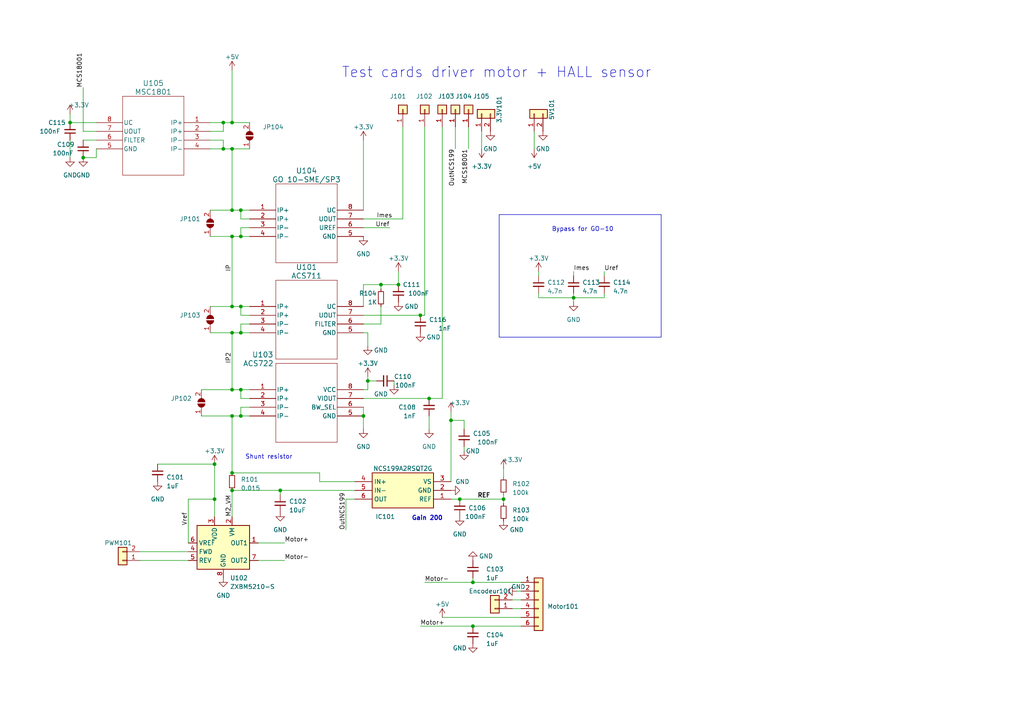
<source format=kicad_sch>
(kicad_sch (version 20230121) (generator eeschema)
  (paper "A4")
  (lib_symbols
    (symbol "Connector_Generic:Conn_01x01" (pin_names (offset 1.016) hide)
      (property "Reference" "J" (at 0 2.54 0))
      (property "Value" "Conn_01x01" (at 0 -2.54 0))
      (symbol "Conn_01x01_1_1"
        (rectangle (start -1.27 0.127) (end 0 -0.127) (stroke (width 0.1524)))
        (rectangle (start -1.27 1.27) (end 1.27 -1.27) (stroke (width 0.254)) (fill (type background)))
        (pin passive line (at -5.08 0 0) (length 3.81) (name "Pin_1") (number "1"))
      )
    )
    (symbol "Connector_Generic:Conn_01x02" (pin_names (offset 1.016) hide)
      (property "Reference" "J" (at 0 2.54 0))
      (property "Value" "Conn_01x02" (at 0 -5.08 0))
      (symbol "Conn_01x02_1_1"
        (rectangle (start -1.27 -2.413) (end 0 -2.667) (stroke (width 0.1524)))
        (rectangle (start -1.27 0.127) (end 0 -0.127) (stroke (width 0.1524)))
        (rectangle (start -1.27 1.27) (end 1.27 -3.81) (stroke (width 0.254)) (fill (type background)))
        (pin passive line (at -5.08 0 0) (length 3.81) (name "Pin_1") (number "1"))
        (pin passive line (at -5.08 -2.54 0) (length 3.81) (name "Pin_2") (number "2"))
      )
    )
    (symbol "Connector_Generic:Conn_01x06" (pin_names (offset 1.016) hide)
      (property "Reference" "J" (at 0 7.62 0))
      (property "Value" "Conn_01x06" (at 0 -10.16 0))
      (symbol "Conn_01x06_1_1"
        (rectangle (start -1.27 -7.493) (end 0 -7.747) (stroke (width 0.1524)))
        (rectangle (start -1.27 -4.953) (end 0 -5.207) (stroke (width 0.1524)))
        (rectangle (start -1.27 -2.413) (end 0 -2.667) (stroke (width 0.1524)))
        (rectangle (start -1.27 0.127) (end 0 -0.127) (stroke (width 0.1524)))
        (rectangle (start -1.27 2.667) (end 0 2.413) (stroke (width 0.1524)))
        (rectangle (start -1.27 5.207) (end 0 4.953) (stroke (width 0.1524)))
        (rectangle (start -1.27 6.35) (end 1.27 -8.89) (stroke (width 0.254)) (fill (type background)))
        (pin passive line (at -5.08 5.08 0) (length 3.81) (name "Pin_1") (number "1"))
        (pin passive line (at -5.08 2.54 0) (length 3.81) (name "Pin_2") (number "2"))
        (pin passive line (at -5.08 0 0) (length 3.81) (name "Pin_3") (number "3"))
        (pin passive line (at -5.08 -2.54 0) (length 3.81) (name "Pin_4") (number "4"))
        (pin passive line (at -5.08 -5.08 0) (length 3.81) (name "Pin_5") (number "5"))
        (pin passive line (at -5.08 -7.62 0) (length 3.81) (name "Pin_6") (number "6"))
      )
    )
    (symbol "Custom:GO_10-SME" (pin_names (offset 0.254))
      (property "Reference" "U" (at 7.62 -12.7 0))
      (property "Value" "GO 10-SME/SP3" (at 0 12.7 0))
      (symbol "GO_10-SME_0_1"
        (polyline (pts (xy -8.89 -11.43) (xy 8.89 -11.43)) (stroke (width 0.127)))
        (polyline (pts (xy -8.89 11.43) (xy -8.89 -11.43)) (stroke (width 0.127)))
        (polyline (pts (xy 8.89 -11.43) (xy 8.89 11.43)) (stroke (width 0.127)))
        (polyline (pts (xy 8.89 11.43) (xy -8.89 11.43)) (stroke (width 0.127)))
        (pin input line (at -16.51 3.81 0) (length 7.62) (name "IP+") (number "1"))
        (pin input line (at -16.51 1.27 0) (length 7.62) (name "IP+") (number "2"))
        (pin output line (at 16.51 1.27 180) (length 7.62) (name "UOUT") (number "7"))
        (pin power_in line (at 16.51 3.81 180) (length 7.62) (name "UC") (number "8"))
      )
      (symbol "GO_10-SME_1_1"
        (pin passive line (at -16.51 -1.27 0) (length 7.62) (name "IP-") (number "3"))
        (pin passive line (at -16.51 -3.81 0) (length 7.62) (name "IP-") (number "4"))
        (pin power_in line (at 16.51 -3.81 180) (length 7.62) (name "GND") (number "5"))
        (pin output line (at 16.51 -1.27 180) (length 7.62) (name "UREF") (number "6"))
      )
    )
    (symbol "Device:C_Small" (pin_numbers hide) (pin_names (offset 0.254) hide)
      (property "Reference" "C" (at 0.254 1.778 0))
      (property "Value" "C_Small" (at 0.254 -2.032 0))
      (symbol "C_Small_0_1"
        (polyline (pts (xy -1.524 -0.508) (xy 1.524 -0.508)) (stroke (width 0.3302)))
        (polyline (pts (xy -1.524 0.508) (xy 1.524 0.508)) (stroke (width 0.3048)))
      )
      (symbol "C_Small_1_1"
        (pin passive line (at 0 2.54 270) (length 2.032) (name "~") (number "1"))
        (pin passive line (at 0 -2.54 90) (length 2.032) (name "~") (number "2"))
      )
    )
    (symbol "Device:R_Small" (pin_numbers hide) (pin_names (offset 0.254) hide)
      (property "Reference" "R" (at 0.762 0.508 0))
      (property "Value" "R_Small" (at 0.762 -1.016 0))
      (symbol "R_Small_0_1"
        (rectangle (start -0.762 1.778) (end 0.762 -1.778) (stroke (width 0.2032)))
      )
      (symbol "R_Small_1_1"
        (pin passive line (at 0 2.54 270) (length 0.762) (name "~") (number "1"))
        (pin passive line (at 0 -2.54 90) (length 0.762) (name "~") (number "2"))
      )
    )
    (symbol "Driver_Motor:ZXBM5210-S"
      (property "Reference" "U402" (at 1.9559 -7.62 0))
      (property "Value" "ZXBM5210-S" (at 1.9559 -10.16 0))
      (symbol "ZXBM5210-S_0_0"
        (pin output line (at 10.16 2.54 180) (length 2.54) (name "OUT1") (number "1"))
        (pin bidirectional line (at 2.54 10.16 270) (length 2.54) (name "VM") (number "2"))
        (pin power_in line (at -2.54 10.16 270) (length 2.54) (name "VDD") (number "3"))
        (pin input line (at -10.16 0 0) (length 2.54) (name "FWD") (number "4"))
        (pin input line (at -10.16 -2.54 0) (length 2.54) (name "REV") (number "5"))
        (pin input line (at -10.16 2.54 0) (length 2.54) (name "VREF") (number "6"))
        (pin output line (at 10.16 -2.54 180) (length 2.54) (name "OUT2") (number "7"))
        (pin bidirectional line (at 0 -7.62 90) (length 2.54) (name "GND") (number "8"))
      )
      (symbol "ZXBM5210-S_0_1"
        (rectangle (start -7.62 7.62) (end 7.62 -5.08) (stroke (width 0.254)) (fill (type background)))
      )
    )
    (symbol "GO_10-SME_1" (pin_names (offset 0.254))
      (property "Reference" "U101" (at 0 15.24 0))
      (property "Value" "MSC1801" (at 0 12.7 0))
      (symbol "GO_10-SME_1_0_1"
        (polyline (pts (xy -8.89 -11.43) (xy 8.89 -11.43)) (stroke (width 0.127)))
        (polyline (pts (xy -8.89 11.43) (xy -8.89 -11.43)) (stroke (width 0.127)))
        (polyline (pts (xy 8.89 -11.43) (xy 8.89 11.43)) (stroke (width 0.127)))
        (polyline (pts (xy 8.89 11.43) (xy -8.89 11.43)) (stroke (width 0.127)))
        (pin input line (at -16.51 3.81 0) (length 7.62) (name "IP+") (number "1"))
        (pin input line (at -16.51 1.27 0) (length 7.62) (name "IP+") (number "2"))
        (pin output line (at 16.51 1.27 180) (length 7.62) (name "UOUT") (number "7"))
        (pin power_in line (at 16.51 3.81 180) (length 7.62) (name "UC") (number "8"))
      )
      (symbol "GO_10-SME_1_1_1"
        (pin passive line (at -16.51 -1.27 0) (length 7.62) (name "IP-") (number "3"))
        (pin passive line (at -16.51 -3.81 0) (length 7.62) (name "IP-") (number "4"))
        (pin power_in line (at 16.51 -3.81 180) (length 7.62) (name "GND") (number "5"))
        (pin output line (at 16.51 -1.27 180) (length 7.62) (name "FILTER") (number "6"))
      )
    )
    (symbol "GO_10-SME_2" (pin_names (offset 0.254))
      (property "Reference" "U103" (at -12.7 13.97 0))
      (property "Value" "ASC712" (at -13.97 11.43 0))
      (symbol "GO_10-SME_2_0_1"
        (polyline (pts (xy -8.89 -11.43) (xy 8.89 -11.43)) (stroke (width 0.127)))
        (polyline (pts (xy -8.89 11.43) (xy -8.89 -11.43)) (stroke (width 0.127)))
        (polyline (pts (xy 8.89 -11.43) (xy 8.89 11.43)) (stroke (width 0.127)))
        (polyline (pts (xy 8.89 11.43) (xy -8.89 11.43)) (stroke (width 0.127)))
        (pin input line (at -16.51 3.81 0) (length 7.62) (name "IP+") (number "1"))
        (pin input line (at -16.51 1.27 0) (length 7.62) (name "IP+") (number "2"))
        (pin output line (at 16.51 1.27 180) (length 7.62) (name "VIOUT") (number "7"))
        (pin power_in line (at 16.51 3.81 180) (length 7.62) (name "VCC") (number "8"))
      )
      (symbol "GO_10-SME_2_1_1"
        (pin passive line (at -16.51 -1.27 0) (length 7.62) (name "IP-") (number "3"))
        (pin passive line (at -16.51 -3.81 0) (length 7.62) (name "IP-") (number "4"))
        (pin power_in line (at 16.51 -3.81 180) (length 7.62) (name "GND") (number "5"))
        (pin output line (at 16.51 -1.27 180) (length 7.62) (name "BW_SEL") (number "6"))
      )
    )
    (symbol "Jumper:SolderJumper_2_Open" (pin_names (offset 0) hide)
      (property "Reference" "JP" (at 0 2.032 0))
      (property "Value" "SolderJumper_2_Open" (at 0 -2.54 0))
      (symbol "SolderJumper_2_Open_0_1"
        (arc (start -0.254 1.016) (mid -1.2656 0) (end -0.254 -1.016))
        (arc (start -0.254 1.016) (mid -1.2656 0) (end -0.254 -1.016) (fill (type outline)))
        (polyline (pts (xy -0.254 1.016) (xy -0.254 -1.016)))
        (polyline (pts (xy 0.254 1.016) (xy 0.254 -1.016)))
        (arc (start 0.254 -1.016) (mid 1.2656 0) (end 0.254 1.016))
        (arc (start 0.254 -1.016) (mid 1.2656 0) (end 0.254 1.016) (fill (type outline)))
      )
      (symbol "SolderJumper_2_Open_1_1"
        (pin passive line (at -3.81 0 0) (length 2.54) (name "A") (number "1"))
        (pin passive line (at 3.81 0 180) (length 2.54) (name "B") (number "2"))
      )
    )
    (symbol "Ludzlib:NCS199A2RSQT2G"
      (property "Reference" "IC" (at 24.13 7.62 0))
      (property "Value" "NCS199A2RSQT2G" (at 24.13 5.08 0))
      (symbol "NCS199A2RSQT2G_1_1"
        (rectangle (start 5.08 2.54) (end 22.86 -7.62) (stroke (width 0.254)) (fill (type background)))
        (pin passive line (at 0 0 0) (length 5.08) (name "REF") (number "1"))
        (pin passive line (at 0 -2.54 0) (length 5.08) (name "GND") (number "2"))
        (pin passive line (at 0 -5.08 0) (length 5.08) (name "VS") (number "3"))
        (pin passive line (at 27.94 -5.08 180) (length 5.08) (name "IN+") (number "4"))
        (pin passive line (at 27.94 -2.54 180) (length 5.08) (name "IN-") (number "5"))
        (pin passive line (at 27.94 0 180) (length 5.08) (name "OUT") (number "6"))
      )
    )
    (symbol "power:+3.3V" (power) (pin_names (offset 0))
      (property "Value" "+3.3V" (at 0 3.556 0))
      (symbol "+3.3V_0_1"
        (polyline (pts (xy -0.762 1.27) (xy 0 2.54)))
        (polyline (pts (xy 0 0) (xy 0 2.54)))
        (polyline (pts (xy 0 2.54) (xy 0.762 1.27)))
      )
      (symbol "+3.3V_1_1"
        (pin power_in line (at 0 0 90) (length 0) hide (name "+3.3V") (number "1"))
      )
    )
    (symbol "power:+5V" (power) (pin_names (offset 0))
      (property "Value" "+5V" (at 0 3.556 0))
      (symbol "+5V_0_1"
        (polyline (pts (xy -0.762 1.27) (xy 0 2.54)))
        (polyline (pts (xy 0 0) (xy 0 2.54)))
        (polyline (pts (xy 0 2.54) (xy 0.762 1.27)))
      )
      (symbol "+5V_1_1"
        (pin power_in line (at 0 0 90) (length 0) hide (name "+5V") (number "1"))
      )
    )
    (symbol "power:GND" (power) (pin_names (offset 0))
      (property "Value" "GND" (at 0 -3.81 0))
      (symbol "GND_0_1"
        (polyline (pts (xy 0 0) (xy 0 -1.27) (xy 1.27 -1.27) (xy 0 -2.54) (xy -1.27 -1.27) (xy 0 -1.27)))
      )
      (symbol "GND_1_1"
        (pin power_in line (at 0 0 270) (length 0) hide (name "GND") (number "1"))
      )
    )
  )
  (junction (at 62.23 134.62))
  (junction (at 67.31 96.52))
  (junction (at 20.32 35.56))
  (junction (at 69.85 88.9))
  (junction (at 67.31 68.58))
  (junction (at 67.31 88.9))
  (junction (at 69.85 120.65))
  (junction (at 67.31 137.16))
  (junction (at 69.85 68.58))
  (junction (at 121.92 91.44))
  (junction (at 24.13 45.72))
  (junction (at 67.31 35.56))
  (junction (at 133.35 144.78))
  (junction (at 67.31 43.18))
  (junction (at 105.41 120.65))
  (junction (at 67.31 142.24))
  (junction (at 137.16 168.91))
  (junction (at 69.85 113.03))
  (junction (at 69.85 96.52))
  (junction (at 62.23 144.78))
  (junction (at 166.37 86.36))
  (junction (at 124.46 115.57))
  (junction (at 67.31 113.03))
  (junction (at 115.57 82.55))
  (junction (at 110.49 82.55))
  (junction (at 81.28 142.24))
  (junction (at 67.31 60.96))
  (junction (at 64.77 35.56))
  (junction (at 69.85 60.96))
  (junction (at 146.05 144.78))
  (junction (at 64.77 43.18))
  (junction (at 137.16 181.61))
  (junction (at 67.31 120.65))
  (junction (at 106.68 110.49))
  (junction (at 130.81 121.92))
  (wire (pts (xy 130.81 144.78) (xy 133.35 144.78)))
  (wire (pts (xy 58.42 113.03) (xy 67.31 113.03)))
  (wire (pts (xy 64.77 43.18) (xy 67.31 43.18)))
  (wire (pts (xy 137.16 168.91) (xy 137.16 167.64)))
  (wire (pts (xy 105.41 91.44) (xy 121.92 91.44)))
  (wire (pts (xy 64.77 40.64) (xy 64.77 43.18)))
  (wire (pts (xy 72.39 91.44) (xy 69.85 91.44)))
  (wire (pts (xy 166.37 86.36) (xy 175.26 86.36)))
  (wire (pts (xy 154.94 38.1) (xy 154.94 43.18)))
  (wire (pts (xy 92.71 137.16) (xy 67.31 137.16)))
  (wire (pts (xy 100.33 144.78) (xy 102.87 144.78)))
  (wire (pts (xy 146.05 135.89) (xy 146.05 138.43)))
  (wire (pts (xy 81.28 143.51) (xy 81.28 142.24)))
  (wire (pts (xy 156.21 86.36) (xy 166.37 86.36)))
  (wire (pts (xy 166.37 78.74) (xy 166.37 80.01)))
  (wire (pts (xy 72.39 93.98) (xy 69.85 93.98)))
  (wire (pts (xy 110.49 82.55) (xy 110.49 83.82)))
  (wire (pts (xy 130.81 119.38) (xy 130.81 121.92)))
  (wire (pts (xy 134.62 121.92) (xy 130.81 121.92)))
  (wire (pts (xy 67.31 60.96) (xy 69.85 60.96)))
  (wire (pts (xy 72.39 115.57) (xy 69.85 115.57)))
  (wire (pts (xy 123.19 36.83) (xy 123.19 91.44)))
  (wire (pts (xy 105.41 96.52) (xy 106.68 96.52)))
  (wire (pts (xy 106.68 113.03) (xy 105.41 113.03)))
  (wire (pts (xy 27.94 45.72) (xy 24.13 45.72)))
  (wire (pts (xy 20.32 33.02) (xy 20.32 35.56)))
  (wire (pts (xy 67.31 35.56) (xy 72.39 35.56)))
  (wire (pts (xy 60.96 96.52) (xy 67.31 96.52)))
  (wire (pts (xy 69.85 93.98) (xy 69.85 96.52)))
  (wire (pts (xy 156.21 78.74) (xy 156.21 80.01)))
  (wire (pts (xy 105.41 82.55) (xy 105.41 88.9)))
  (wire (pts (xy 67.31 43.18) (xy 67.31 60.96)))
  (wire (pts (xy 20.32 35.56) (xy 27.94 35.56)))
  (wire (pts (xy 123.19 168.91) (xy 137.16 168.91)))
  (wire (pts (xy 67.31 120.65) (xy 67.31 137.16)))
  (wire (pts (xy 105.41 82.55) (xy 110.49 82.55)))
  (wire (pts (xy 92.71 139.7) (xy 102.87 139.7)))
  (wire (pts (xy 110.49 82.55) (xy 115.57 82.55)))
  (wire (pts (xy 134.62 121.92) (xy 134.62 124.46)))
  (wire (pts (xy 69.85 68.58) (xy 67.31 68.58)))
  (wire (pts (xy 67.31 142.24) (xy 81.28 142.24)))
  (wire (pts (xy 69.85 120.65) (xy 72.39 120.65)))
  (wire (pts (xy 106.68 110.49) (xy 106.68 109.22)))
  (wire (pts (xy 67.31 43.18) (xy 72.39 43.18)))
  (wire (pts (xy 72.39 66.04) (xy 69.85 66.04)))
  (wire (pts (xy 82.55 162.56) (xy 74.93 162.56)))
  (wire (pts (xy 72.39 118.11) (xy 69.85 118.11)))
  (wire (pts (xy 69.85 96.52) (xy 72.39 96.52)))
  (wire (pts (xy 60.96 88.9) (xy 67.31 88.9)))
  (wire (pts (xy 60.96 38.1) (xy 64.77 38.1)))
  (wire (pts (xy 146.05 144.78) (xy 146.05 146.05)))
  (wire (pts (xy 69.85 91.44) (xy 69.85 88.9)))
  (wire (pts (xy 133.35 144.78) (xy 146.05 144.78)))
  (wire (pts (xy 69.85 115.57) (xy 69.85 113.03)))
  (wire (pts (xy 69.85 88.9) (xy 72.39 88.9)))
  (wire (pts (xy 67.31 96.52) (xy 67.31 113.03)))
  (wire (pts (xy 115.57 78.74) (xy 115.57 82.55)))
  (wire (pts (xy 121.92 91.44) (xy 123.19 91.44)))
  (wire (pts (xy 124.46 115.57) (xy 128.27 115.57)))
  (wire (pts (xy 20.32 45.72) (xy 20.32 40.64)))
  (wire (pts (xy 105.41 40.64) (xy 105.41 60.96)))
  (wire (pts (xy 106.68 110.49) (xy 106.68 113.03)))
  (wire (pts (xy 128.27 179.07) (xy 151.13 179.07)))
  (wire (pts (xy 110.49 93.98) (xy 105.41 93.98)))
  (wire (pts (xy 69.85 68.58) (xy 72.39 68.58)))
  (wire (pts (xy 106.68 110.49) (xy 109.22 110.49)))
  (wire (pts (xy 24.13 40.64) (xy 27.94 40.64)))
  (wire (pts (xy 40.64 160.02) (xy 54.61 160.02)))
  (wire (pts (xy 114.3 111.76) (xy 114.3 110.49)))
  (wire (pts (xy 116.84 36.83) (xy 116.84 63.5)))
  (wire (pts (xy 62.23 144.78) (xy 62.23 149.86)))
  (wire (pts (xy 105.41 120.65) (xy 105.41 124.46)))
  (wire (pts (xy 72.39 63.5) (xy 69.85 63.5)))
  (wire (pts (xy 67.31 142.24) (xy 67.31 149.86)))
  (wire (pts (xy 67.31 113.03) (xy 69.85 113.03)))
  (wire (pts (xy 92.71 139.7) (xy 92.71 137.16)))
  (wire (pts (xy 60.96 60.96) (xy 67.31 60.96)))
  (wire (pts (xy 156.21 85.09) (xy 156.21 86.36)))
  (wire (pts (xy 175.26 85.09) (xy 175.26 86.36)))
  (wire (pts (xy 124.46 120.65) (xy 124.46 124.46)))
  (wire (pts (xy 139.7 38.1) (xy 139.7 43.18)))
  (wire (pts (xy 134.62 129.54) (xy 134.62 130.81)))
  (wire (pts (xy 67.31 68.58) (xy 67.31 88.9)))
  (wire (pts (xy 64.77 38.1) (xy 64.77 35.56)))
  (wire (pts (xy 137.16 181.61) (xy 151.13 181.61)))
  (wire (pts (xy 166.37 85.09) (xy 166.37 86.36)))
  (wire (pts (xy 128.27 36.83) (xy 128.27 115.57)))
  (wire (pts (xy 62.23 144.78) (xy 62.23 134.62)))
  (wire (pts (xy 69.85 60.96) (xy 72.39 60.96)))
  (wire (pts (xy 60.96 40.64) (xy 64.77 40.64)))
  (wire (pts (xy 67.31 20.32) (xy 67.31 35.56)))
  (wire (pts (xy 148.59 173.99) (xy 151.13 173.99)))
  (wire (pts (xy 27.94 38.1) (xy 24.13 38.1)))
  (wire (pts (xy 132.08 36.83) (xy 132.08 43.18)))
  (wire (pts (xy 74.93 157.48) (xy 82.55 157.48)))
  (wire (pts (xy 69.85 118.11) (xy 69.85 120.65)))
  (wire (pts (xy 130.81 121.92) (xy 130.81 139.7)))
  (wire (pts (xy 105.41 115.57) (xy 124.46 115.57)))
  (wire (pts (xy 64.77 35.56) (xy 67.31 35.56)))
  (wire (pts (xy 151.13 168.91) (xy 137.16 168.91)))
  (wire (pts (xy 40.64 162.56) (xy 54.61 162.56)))
  (wire (pts (xy 60.96 35.56) (xy 64.77 35.56)))
  (wire (pts (xy 113.03 66.04) (xy 105.41 66.04)))
  (wire (pts (xy 175.26 78.74) (xy 175.26 80.01)))
  (wire (pts (xy 24.13 25.4) (xy 24.13 38.1)))
  (wire (pts (xy 54.61 144.78) (xy 54.61 157.48)))
  (wire (pts (xy 62.23 134.62) (xy 45.72 134.62)))
  (wire (pts (xy 146.05 143.51) (xy 146.05 144.78)))
  (wire (pts (xy 69.85 113.03) (xy 72.39 113.03)))
  (wire (pts (xy 69.85 63.5) (xy 69.85 60.96)))
  (wire (pts (xy 105.41 63.5) (xy 116.84 63.5)))
  (wire (pts (xy 67.31 96.52) (xy 69.85 96.52)))
  (wire (pts (xy 69.85 66.04) (xy 69.85 68.58)))
  (wire (pts (xy 148.59 176.53) (xy 151.13 176.53)))
  (wire (pts (xy 106.68 96.52) (xy 106.68 100.33)))
  (wire (pts (xy 60.96 68.58) (xy 67.31 68.58)))
  (wire (pts (xy 105.41 118.11) (xy 105.41 120.65)))
  (wire (pts (xy 27.94 43.18) (xy 27.94 45.72)))
  (wire (pts (xy 58.42 120.65) (xy 67.31 120.65)))
  (wire (pts (xy 135.89 43.18) (xy 135.89 36.83)))
  (wire (pts (xy 110.49 88.9) (xy 110.49 93.98)))
  (wire (pts (xy 121.92 181.61) (xy 137.16 181.61)))
  (wire (pts (xy 60.96 43.18) (xy 64.77 43.18)))
  (wire (pts (xy 67.31 120.65) (xy 69.85 120.65)))
  (wire (pts (xy 166.37 86.36) (xy 166.37 87.63)))
  (wire (pts (xy 81.28 142.24) (xy 102.87 142.24)))
  (wire (pts (xy 67.31 88.9) (xy 69.85 88.9)))
  (wire (pts (xy 149.86 171.45) (xy 151.13 171.45)))
  (wire (pts (xy 100.33 144.78) (xy 100.33 153.67)))
  (wire (pts (xy 54.61 144.78) (xy 62.23 144.78)))
  (rectangle (start 144.78 62.23) (end 191.77 97.79))
  (text "Test cards driver motor + HALL sensor" (at 99.06 22.86 0) (effects (font (size 3 3)) (justify left bottom)))
  (text "Gain 200" (at 119.38 151.13 0) (effects (font (size 1.27 1.27) bold) (justify left bottom)))
  (text "Shunt resistor" (at 71.12 133.35 0) (effects (font (size 1.27 1.27)) (justify left bottom)))
  (text "Bypass for GO-10\n" (at 160.02 67.31 0) (effects (font (size 1.27 1.27)) (justify left bottom)))
  (label "MCS18001" (at 24.13 25.4 90))
  (label "Motor-" (at 82.55 162.56 0))
  (label "Imes" (at 109.22 63.5 0))
  (label "OutNCS199" (at 132.08 43.18 270))
  (label "MCS18001" (at 135.89 43.18 270))
  (label "Uref" (at 113.03 66.04 180))
  (label "Vref" (at 54.61 152.4 90))
  (label "Motor-" (at 123.19 168.91 0))
  (label "Uref" (at 175.26 78.74 0))
  (label "IP" (at 67.31 78.74 90))
  (label "REF" (at 138.43 144.78 0) (effects (font bold)))
  (label "OutNCS199" (at 100.33 153.67 90))
  (label "M2_VM" (at 67.31 149.86 90))
  (label "Imes" (at 166.37 78.74 0))
  (label "IP2" (at 67.31 105.41 90))
  (label "Motor+" (at 82.55 157.48 0))
  (label "Motor+" (at 121.92 181.61 0))
  (symbol (lib_id "power:GND") (at 105.41 124.46 0) (unit 1)
    (property "Reference" "#PWR0113" (effects hide))
    (property "Value" "GND" (at 105.41 129.54 0))
  )
  (symbol (lib_id "Device:R_Small") (at 110.49 86.36 0) (unit 1)
    (property "Reference" "R104" (at 104.14 85.09 0) (effects (justify left)))
    (property "Value" "1K" (at 106.68 87.63 0) (effects (justify left)))
    (property "Footprint" "Resistor_SMD:R_0603_1608Metric_Pad0.98x0.95mm_HandSolder" (effects hide))
  )
  (symbol (lib_id "Connector_Generic:Conn_01x02") (at 35.56 162.56 180) (unit 1)
    (property "Reference" "PWM101" (at 34.29 157.48 0))
    (property "Value" "Conn_01x02" (effects hide))
    (property "Footprint" "Connector_PinSocket_2.54mm:PinSocket_1x02_P2.54mm_Vertical" (effects hide))
  )
  (symbol (lib_id "power:GND") (at 81.28 148.59 0) (unit 1)
    (property "Reference" "#PWR0104" (effects hide))
    (property "Value" "GND" (at 81.28 153.67 0))
  )
  (symbol (lib_id "Jumper:SolderJumper_2_Open") (at 60.96 64.77 90) (unit 1)
    (property "Reference" "JP101" (at 52.07 63.5 90) (effects (justify right)))
    (property "Value" "SolderJumper_2_Open" (effects hide))
    (property "Footprint" "Jumper:SolderJumper-2_P1.3mm_Open_TrianglePad1.0x1.5mm" (effects hide))
  )
  (symbol (lib_id "Device:R_Small") (at 146.05 148.59 0) (unit 1)
    (property "Reference" "R103" (at 148.59 147.955 0) (effects (justify left)))
    (property "Value" "100k" (at 148.59 150.495 0) (effects (justify left)))
    (property "Footprint" "Resistor_SMD:R_0603_1608Metric_Pad0.98x0.95mm_HandSolder" (effects hide))
  )
  (symbol (lib_id "Connector_Generic:Conn_01x06") (at 156.21 173.99 0) (unit 1)
    (property "Reference" "Motor101" (at 158.75 175.895 0) (effects (justify left)))
    (property "Value" "Conn_01x06" (effects hide))
    (property "Footprint" "Connector_PinSocket_2.54mm:PinSocket_1x06_P2.54mm_Vertical" (effects hide))
  )
  (symbol (lib_id "Device:C_Small") (at 111.76 110.49 270) (mirror x) (unit 1)
    (property "Reference" "C110" (at 119.38 109.22 90) (effects (justify right)))
    (property "Value" "100nF" (at 120.65 111.76 90) (effects (justify right)))
    (property "Footprint" "Capacitor_SMD:C_0603_1608Metric_Pad1.08x0.95mm_HandSolder" (effects hide))
  )
  (symbol (lib_id "power:GND") (at 106.68 100.33 0) (unit 1)
    (property "Reference" "#PWR0114" (effects hide))
    (property "Value" "GND" (at 110.49 101.6 0))
  )
  (symbol (lib_id "Device:C_Small") (at 175.26 82.55 0) (unit 1)
    (property "Reference" "C114" (at 177.8 81.9213 0) (effects (justify left)))
    (property "Value" "4.7n" (at 177.8 84.4613 0) (effects (justify left)))
    (property "Footprint" "Capacitor_SMD:C_0603_1608Metric_Pad1.08x0.95mm_HandSolder" (effects hide))
    (property "Fournisseur" "Wurth" (effects hide))
    (property "MFR" "885 012 205 048" (effects hide))
  )
  (symbol (lib_id "Connector_Generic:Conn_01x01") (at 128.27 31.75 90) (unit 1)
    (property "Reference" "J103" (at 127 27.94 90) (effects (justify right)))
    (property "Value" "Conn_01x01" (effects hide))
    (property "Footprint" "Connector_PinSocket_2.00mm:PinSocket_1x01_P2.00mm_Vertical" (effects hide))
  )
  (symbol (lib_id "Jumper:SolderJumper_2_Open") (at 58.42 116.84 90) (unit 1)
    (property "Reference" "JP102" (at 49.53 115.57 90) (effects (justify right)))
    (property "Value" "SolderJumper_2_Open" (effects hide))
    (property "Footprint" "Jumper:SolderJumper-2_P1.3mm_Open_TrianglePad1.0x1.5mm" (effects hide))
  )
  (symbol (lib_name "GO_10-SME_2") (lib_id "Custom:GO_10-SME") (at 88.9 116.84 0) (unit 1)
    (property "Reference" "U103" (at 76.2 102.87 0) (effects (font (size 1.524 1.524))))
    (property "Value" "ACS722" (at 74.93 105.41 0) (effects (font (size 1.524 1.524))))
    (property "Footprint" "test:SOIC127P600X175-8N" (effects hide))
    (property "Datasheet" "GO 10-SME" (effects hide))
    (property "MFR" "GO 10-SME/SP3" (effects hide))
    (property "Fournisseur" "Farnell" (effects hide))
    (property "Ref" "3796461" (effects hide))
  )
  (symbol (lib_id "Connector_Generic:Conn_01x01") (at 123.19 31.75 90) (unit 1)
    (property "Reference" "J102" (at 120.65 27.94 90) (effects (justify right)))
    (property "Value" "Conn_01x01" (effects hide))
    (property "Footprint" "Connector_PinSocket_2.00mm:PinSocket_1x01_P2.00mm_Vertical" (effects hide))
  )
  (symbol (lib_id "Connector_Generic:Conn_01x01") (at 132.08 31.75 90) (unit 1)
    (property "Reference" "J104" (at 132.08 27.94 90) (effects (justify right)))
    (property "Value" "Conn_01x01" (effects hide))
    (property "Footprint" "Connector_PinSocket_2.00mm:PinSocket_1x01_P2.00mm_Vertical" (effects hide))
  )
  (symbol (lib_id "power:GND") (at 121.92 96.52 0) (unit 1)
    (property "Reference" "#PWR0110" (effects hide))
    (property "Value" "GND" (at 125.73 97.79 0))
  )
  (symbol (lib_id "power:GND") (at 115.57 87.63 0) (unit 1)
    (property "Reference" "#PWR0128" (effects hide))
    (property "Value" "GND" (at 119.38 88.9 0))
  )
  (symbol (lib_id "power:+3.3V") (at 146.05 135.89 0) (unit 1)
    (property "Reference" "#PWR0131" (effects hide))
    (property "Value" "+3.3V" (at 148.59 133.35 0))
  )
  (symbol (lib_id "power:GND") (at 114.3 111.76 0) (unit 1)
    (property "Reference" "#PWR0121" (effects hide))
    (property "Value" "GND" (at 110.49 114.3 0))
  )
  (symbol (lib_id "Ludzlib:NCS199A2RSQT2G") (at 130.81 144.78 180) (unit 1)
    (property "Reference" "IC101" (at 111.76 149.86 0))
    (property "Value" "NCS199A2RSQT2G" (at 116.84 135.89 0))
    (property "Footprint" "test:SOT65P210X110-6N" (effects hide))
    (property "Datasheet" "http://www.onsemi.com/pub/Collateral/NCS199A1R-D.PDF" (effects hide))
    (property "Height" "1.1" (effects hide))
    (property "Mouser Part Number" "863-NCS199A2RSQT2G" (effects hide))
    (property "Mouser Price/Stock" "https://www.mouser.co.uk/ProductDetail/onsemi/NCS199A2RSQT2G?qs=MLItCLRbWswy48vDwGmPrw%3D%3D" (effects hide))
    (property "Manufacturer_Name" "onsemi" (effects hide))
    (property "Manufacturer_Part_Number" "NCS199A2RSQT2G" (effects hide))
  )
  (symbol (lib_id "power:+3.3V") (at 106.68 109.22 0) (unit 1)
    (property "Reference" "#PWR0118" (effects hide))
    (property "Value" "+3.3V" (at 106.68 105.41 0))
  )
  (symbol (lib_id "Connector_Generic:Conn_01x01") (at 116.84 31.75 90) (unit 1)
    (property "Reference" "J101" (at 113.03 27.94 90) (effects (justify right)))
    (property "Value" "Conn_01x01" (effects hide))
    (property "Footprint" "Connector_PinSocket_2.00mm:PinSocket_1x01_P2.00mm_Vertical" (effects hide))
  )
  (symbol (lib_id "Connector_Generic:Conn_01x02") (at 139.7 33.02 90) (unit 1)
    (property "Reference" "3.3V101" (at 144.78 31.75 0))
    (property "Value" "Conn_01x02" (effects hide))
    (property "Footprint" "Connector_PinSocket_2.54mm:PinSocket_1x02_P2.54mm_Vertical" (effects hide))
  )
  (symbol (lib_id "Device:C_Small") (at 20.32 38.1 180) (unit 1)
    (property "Reference" "C115" (at 13.97 35.56 0) (effects (justify right)))
    (property "Value" "100nF" (at 11.43 38.1 0) (effects (justify right)))
    (property "Footprint" "Capacitor_SMD:C_0603_1608Metric_Pad1.08x0.95mm_HandSolder" (effects hide))
  )
  (symbol (lib_id "power:+3.3V") (at 20.32 33.02 0) (unit 1)
    (property "Reference" "#PWR0134" (effects hide))
    (property "Value" "+3.3V" (at 22.86 30.48 0))
  )
  (symbol (lib_id "Connector_Generic:Conn_01x02") (at 143.51 176.53 180) (unit 1)
    (property "Reference" "Encodeur101" (at 142.24 171.45 0))
    (property "Value" "Conn_01x02" (effects hide))
    (property "Footprint" "Connector_PinSocket_2.54mm:PinSocket_1x02_P2.54mm_Vertical" (effects hide))
  )
  (symbol (lib_id "power:GND") (at 149.86 171.45 270) (unit 1)
    (property "Reference" "#PWR0126" (effects hide))
    (property "Value" "GND" (at 152.4 170.18 90) (effects (justify right)))
  )
  (symbol (lib_id "Device:R_Small") (at 146.05 140.97 0) (unit 1)
    (property "Reference" "R102" (at 148.59 140.335 0) (effects (justify left)))
    (property "Value" "100k" (at 148.59 142.875 0) (effects (justify left)))
    (property "Footprint" "Resistor_SMD:R_0603_1608Metric_Pad0.98x0.95mm_HandSolder" (effects hide))
  )
  (symbol (lib_id "Device:C_Small") (at 45.72 137.16 0) (unit 1)
    (property "Reference" "C101" (at 48.26 138.43 0) (effects (justify left)))
    (property "Value" "1uF" (at 48.26 140.97 0) (effects (justify left)))
    (property "Footprint" "Capacitor_SMD:C_0603_1608Metric_Pad1.08x0.95mm_HandSolder" (effects hide))
  )
  (symbol (lib_name "GO_10-SME_1") (lib_id "Custom:GO_10-SME") (at 88.9 92.71 0) (unit 1)
    (property "Reference" "U101" (at 88.9 77.47 0) (effects (font (size 1.524 1.524))))
    (property "Value" "ACS711" (at 88.9 80.01 0) (effects (font (size 1.524 1.524))))
    (property "Footprint" "test:SOIC127P600X175-8N" (effects hide))
    (property "Datasheet" "GO 10-SME" (effects hide))
    (property "MFR" "GO 10-SME/SP3" (effects hide))
    (property "Fournisseur" "Farnell" (effects hide))
    (property "Ref" "3796461" (effects hide))
  )
  (symbol (lib_id "Device:C_Small") (at 115.57 85.09 0) (mirror x) (unit 1)
    (property "Reference" "C111" (at 121.92 82.55 0) (effects (justify right)))
    (property "Value" "100nF" (at 124.46 85.09 0) (effects (justify right)))
    (property "Footprint" "Capacitor_SMD:C_0603_1608Metric_Pad1.08x0.95mm_HandSolder" (effects hide))
  )
  (symbol (lib_id "power:GND") (at 137.16 162.56 180) (unit 1)
    (property "Reference" "#PWR0105" (effects hide))
    (property "Value" "GND" (at 140.97 161.29 0))
  )
  (symbol (lib_id "Device:C_Small") (at 137.16 184.15 0) (unit 1)
    (property "Reference" "C104" (at 140.97 184.15 0) (effects (justify left)))
    (property "Value" "1uF" (at 140.97 186.69 0) (effects (justify left)))
    (property "Footprint" "Capacitor_SMD:C_0603_1608Metric_Pad1.08x0.95mm_HandSolder" (effects hide))
  )
  (symbol (lib_id "power:GND") (at 133.35 149.86 0) (unit 1)
    (property "Reference" "#PWR0109" (effects hide))
    (property "Value" "GND" (at 133.35 154.94 0))
  )
  (symbol (lib_id "Device:C_Small") (at 134.62 127 0) (unit 1)
    (property "Reference" "C105" (at 137.16 125.73 0) (effects (justify left)))
    (property "Value" "100nF" (at 138.43 128.27 0) (effects (justify left)))
    (property "Footprint" "Capacitor_SMD:C_0603_1608Metric_Pad1.08x0.95mm_HandSolder" (effects hide))
  )
  (symbol (lib_id "Driver_Motor:ZXBM5210-S") (at 64.77 160.02 0) (unit 1)
    (property "Reference" "U102" (at 66.7259 167.64 0) (effects (justify left)))
    (property "Value" "ZXBM5210-S" (at 66.7259 170.18 0) (effects (justify left)))
    (property "Footprint" "test:SOIC127P600X175-8N" (effects hide))
    (property "Datasheet" "https://www.diodes.com/assets/Datasheets/ZXBM5210.pdf" (effects hide))
    (property "Mouser Part Number" " 621-ZXBM5210-SP-13 " (effects hide))
    (property "Mouser Price/Stock" "https://www.mouser.fr/ProductDetail/Diodes-Incorporated/ZXBM5210-SP-13?qs=98WN%2FnWUQiQYAgSBGLkvdw%3D%3D" (effects hide))
  )
  (symbol (lib_id "Jumper:SolderJumper_2_Open") (at 60.96 92.71 90) (unit 1)
    (property "Reference" "JP103" (at 52.07 91.44 90) (effects (justify right)))
    (property "Value" "SolderJumper_2_Open" (effects hide))
    (property "Footprint" "Jumper:SolderJumper-2_P1.3mm_Open_TrianglePad1.0x1.5mm" (effects hide))
  )
  (symbol (lib_id "Device:C_Small") (at 156.21 82.55 0) (unit 1)
    (property "Reference" "C112" (at 158.75 81.9213 0) (effects (justify left)))
    (property "Value" "4.7n" (at 158.75 84.4613 0) (effects (justify left)))
    (property "Footprint" "Capacitor_SMD:C_0603_1608Metric_Pad1.08x0.95mm_HandSolder" (effects hide))
    (property "Fournisseur" "Wurth" (effects hide))
    (property "MFR" "885 012 205 048" (effects hide))
  )
  (symbol (lib_id "power:GND") (at 24.13 45.72 0) (unit 1)
    (property "Reference" "#PWR0132" (effects hide))
    (property "Value" "GND" (at 24.13 50.8 0))
  )
  (symbol (lib_id "power:GND") (at 142.24 38.1 0) (unit 1)
    (property "Reference" "#PWR0122" (effects hide))
    (property "Value" "GND" (at 142.24 43.18 0))
  )
  (symbol (lib_id "Device:R_Small") (at 67.31 139.7 0) (unit 1)
    (property "Reference" "R101" (at 69.85 139.065 0) (effects (justify left)))
    (property "Value" "0.015" (at 69.85 141.605 0) (effects (justify left)))
    (property "Footprint" "Resistor_SMD:R_1206_3216Metric_Pad1.30x1.75mm_HandSolder" (effects hide))
    (property "Height" "0603" (effects hide))
  )
  (symbol (lib_id "power:+5V") (at 154.94 43.18 180) (unit 1)
    (property "Reference" "#PWR0125" (effects hide))
    (property "Value" "+5V" (at 154.94 48.26 0))
  )
  (symbol (lib_id "power:GND") (at 20.32 45.72 0) (unit 1)
    (property "Reference" "#PWR0133" (effects hide))
    (property "Value" "GND" (at 20.32 50.8 0))
  )
  (symbol (lib_id "Device:C_Small") (at 124.46 118.11 0) (mirror x) (unit 1)
    (property "Reference" "C108" (at 120.65 118.11 0) (effects (justify right)))
    (property "Value" "1nF" (at 120.65 120.65 0) (effects (justify right)))
    (property "Footprint" "Capacitor_SMD:C_0603_1608Metric_Pad1.08x0.95mm_HandSolder" (effects hide))
  )
  (symbol (lib_id "power:GND") (at 64.77 167.64 0) (unit 1)
    (property "Reference" "#PWR0102" (effects hide))
    (property "Value" "GND" (at 64.77 172.72 0))
  )
  (symbol (lib_id "Device:C_Small") (at 24.13 43.18 180) (unit 1)
    (property "Reference" "C109" (at 16.51 41.91 0) (effects (justify right)))
    (property "Value" "100nF" (at 15.24 44.45 0) (effects (justify right)))
    (property "Footprint" "Capacitor_SMD:C_0603_1608Metric_Pad1.08x0.95mm_HandSolder" (effects hide))
  )
  (symbol (lib_id "power:GND") (at 134.62 130.81 0) (unit 1)
    (property "Reference" "#PWR0106" (effects hide))
    (property "Value" "GND" (at 137.16 130.81 0))
  )
  (symbol (lib_id "Device:C_Small") (at 137.16 165.1 0) (unit 1)
    (property "Reference" "C103" (at 140.97 165.1 0) (effects (justify left)))
    (property "Value" "1uF" (at 140.97 167.64 0) (effects (justify left)))
    (property "Footprint" "Capacitor_SMD:C_0603_1608Metric_Pad1.08x0.95mm_HandSolder" (effects hide))
  )
  (symbol (lib_id "power:GND") (at 124.46 124.46 0) (unit 1)
    (property "Reference" "#PWR0130" (effects hide))
    (property "Value" "GND" (at 124.46 129.54 0))
  )
  (symbol (lib_id "power:GND") (at 45.72 139.7 0) (unit 1)
    (property "Reference" "#PWR0101" (effects hide))
    (property "Value" "GND" (at 45.72 144.78 0))
  )
  (symbol (lib_id "power:+3.3V") (at 115.57 78.74 0) (unit 1)
    (property "Reference" "#PWR0117" (effects hide))
    (property "Value" "+3.3V" (at 115.57 74.93 0))
  )
  (symbol (lib_id "power:+3.3V") (at 62.23 134.62 0) (unit 1)
    (property "Reference" "#PWR0129" (effects hide))
    (property "Value" "+3.3V" (at 62.23 130.81 0))
  )
  (symbol (lib_id "power:GND") (at 130.81 142.24 90) (unit 1)
    (property "Reference" "#PWR0108" (effects hide))
    (property "Value" "GND" (at 132.08 139.7 90) (effects (justify right)))
  )
  (symbol (lib_id "power:+3.3V") (at 130.81 119.38 0) (unit 1)
    (property "Reference" "#PWR0107" (effects hide))
    (property "Value" "+3.3V" (at 133.35 116.84 0))
  )
  (symbol (lib_id "power:GND") (at 105.41 68.58 0) (unit 1)
    (property "Reference" "#PWR0115" (effects hide))
    (property "Value" "GND" (at 105.41 73.66 0))
  )
  (symbol (lib_id "power:GND") (at 137.16 186.69 0) (unit 1)
    (property "Reference" "#PWR0111" (effects hide))
    (property "Value" "GND" (at 133.35 187.96 0))
  )
  (symbol (lib_id "power:+3.3V") (at 156.21 78.74 0) (unit 1)
    (property "Reference" "#PWR0120" (effects hide))
    (property "Value" "+3.3V" (at 156.21 74.93 0))
  )
  (symbol (lib_id "Device:C_Small") (at 81.28 146.05 0) (unit 1)
    (property "Reference" "C102" (at 83.82 145.4213 0) (effects (justify left)))
    (property "Value" "10uF" (at 83.82 147.9613 0) (effects (justify left)))
    (property "Footprint" "Capacitor_SMD:C_0603_1608Metric" (effects hide))
  )
  (symbol (lib_id "power:+5V") (at 128.27 179.07 0) (unit 1)
    (property "Reference" "#PWR0127" (effects hide))
    (property "Value" "+5V" (at 128.27 175.26 0))
  )
  (symbol (lib_name "GO_10-SME_1") (lib_id "Custom:GO_10-SME") (at 44.45 39.37 0) (mirror y) (unit 1)
    (property "Reference" "U105" (at 44.45 24.13 0) (effects (font (size 1.524 1.524))))
    (property "Value" "MSC1801" (at 44.45 26.67 0) (effects (font (size 1.524 1.524))))
    (property "Footprint" "test:SOIC127P600X175-8N" (effects hide))
    (property "Datasheet" "GO 10-SME" (effects hide))
    (property "MFR" "GO 10-SME/SP3" (effects hide))
    (property "Fournisseur" "Farnell" (effects hide))
    (property "Ref" "3796461" (effects hide))
  )
  (symbol (lib_id "Device:C_Small") (at 133.35 147.32 0) (mirror x) (unit 1)
    (property "Reference" "C106" (at 140.97 147.32 0) (effects (justify right)))
    (property "Value" "100nF" (at 140.97 149.86 0) (effects (justify right)))
    (property "Footprint" "Capacitor_SMD:C_0603_1608Metric_Pad1.08x0.95mm_HandSolder" (effects hide))
  )
  (symbol (lib_id "Custom:GO_10-SME") (at 88.9 64.77 0) (unit 1)
    (property "Reference" "U104" (at 88.9 49.53 0) (effects (font (size 1.524 1.524))))
    (property "Value" "GO 10-SME/SP3" (at 88.9 52.07 0) (effects (font (size 1.524 1.524))))
    (property "Footprint" "test:SOIC8-GO-SME&slash_SP3_LEM" (effects hide))
    (property "Datasheet" "GO 10-SME" (effects hide))
    (property "MFR" "GO 10-SME/SP3" (effects hide))
    (property "Fournisseur" "Farnell" (effects hide))
    (property "Ref" "3796461" (effects hide))
  )
  (symbol (lib_id "power:+3.3V") (at 105.41 40.64 0) (unit 1)
    (property "Reference" "#PWR0116" (effects hide))
    (property "Value" "+3.3V" (at 105.41 36.83 0))
  )
  (symbol (lib_id "power:GND") (at 146.05 151.13 0) (unit 1)
    (property "Reference" "#PWR0112" (effects hide))
    (property "Value" "GND" (at 149.86 153.67 0))
  )
  (symbol (lib_id "power:GND") (at 157.48 38.1 0) (unit 1)
    (property "Reference" "#PWR0123" (effects hide))
    (property "Value" "GND" (at 157.48 43.18 0))
  )
  (symbol (lib_id "power:+5V") (at 67.31 20.32 0) (unit 1)
    (property "Reference" "#PWR0103" (effects hide))
    (property "Value" "+5V" (at 67.31 16.51 0))
  )
  (symbol (lib_id "Jumper:SolderJumper_2_Open") (at 72.39 39.37 90) (unit 1)
    (property "Reference" "JP104" (at 76.2 36.83 90) (effects (justify right)))
    (property "Value" "SolderJumper_2_Open" (effects hide))
    (property "Footprint" "Jumper:SolderJumper-2_P1.3mm_Open_TrianglePad1.0x1.5mm" (effects hide))
  )
  (symbol (lib_id "Device:C_Small") (at 166.37 82.55 0) (unit 1)
    (property "Reference" "C113" (at 168.91 81.9213 0) (effects (justify left)))
    (property "Value" "4.7n" (at 168.91 84.4613 0) (effects (justify left)))
    (property "Footprint" "Capacitor_SMD:C_0603_1608Metric_Pad1.08x0.95mm_HandSolder" (effects hide))
    (property "Fournisseur" "Wurth" (effects hide))
    (property "MFR" "885 012 205 048" (effects hide))
  )
  (symbol (lib_id "power:GND") (at 166.37 87.63 0) (unit 1)
    (property "Reference" "#PWR0119" (effects hide))
    (property "Value" "GND" (at 166.37 92.71 0))
  )
  (symbol (lib_id "Connector_Generic:Conn_01x01") (at 135.89 31.75 90) (unit 1)
    (property "Reference" "J105" (at 137.16 27.94 90) (effects (justify right)))
    (property "Value" "Conn_01x01" (effects hide))
    (property "Footprint" "Connector_PinSocket_2.00mm:PinSocket_1x01_P2.00mm_Vertical" (effects hide))
  )
  (symbol (lib_id "Device:C_Small") (at 121.92 93.98 0) (mirror x) (unit 1)
    (property "Reference" "C116" (at 129.54 92.71 0) (effects (justify right)))
    (property "Value" "1nF" (at 130.81 95.25 0) (effects (justify right)))
    (property "Footprint" "Capacitor_SMD:C_0603_1608Metric_Pad1.08x0.95mm_HandSolder" (effects hide))
  )
  (symbol (lib_id "power:+3.3V") (at 139.7 43.18 180) (unit 1)
    (property "Reference" "#PWR0124" (effects hide))
    (property "Value" "+3.3V" (at 139.7 48.26 0))
  )
  (symbol (lib_id "Connector_Generic:Conn_01x02") (at 154.94 33.02 90) (unit 1)
    (property "Reference" "5V101" (at 160.02 31.75 0))
    (property "Value" "Conn_01x02" (effects hide))
    (property "Footprint" "Connector_PinSocket_2.54mm:PinSocket_1x02_P2.54mm_Vertical" (effects hide))
  )
)
</source>
